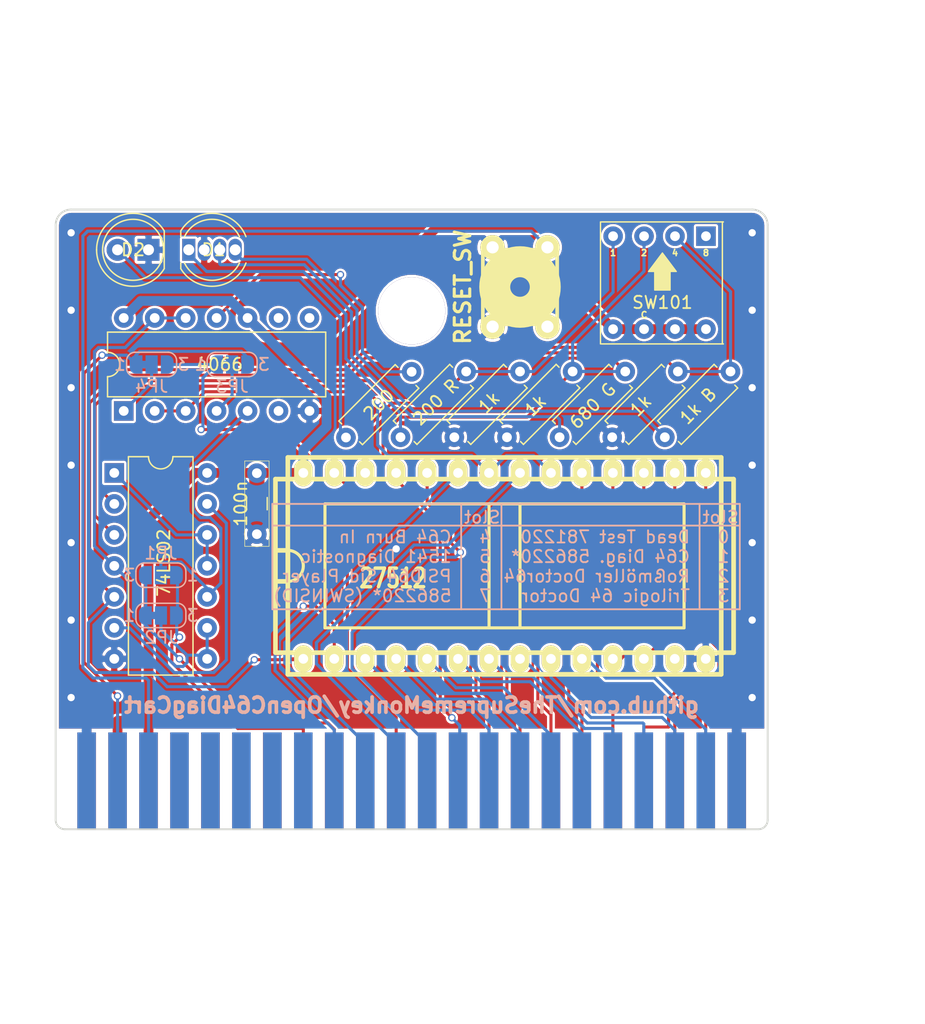
<source format=kicad_pcb>
(kicad_pcb (version 20171130) (host pcbnew "(5.1.6)-1")
  (title_block (title "OpenC64Cart: C64 8K Lo/Hi-Rom Cartridge") (date 2018-01-04) (rev 2) (company SukkoPera))
  (layers (0 F.Cu signal) (31 B.Cu signal) (36 B.SilkS user) (37 F.SilkS user) (38 B.Mask user) (39 F.Mask user) (44 Edge.Cuts user))
  (net 0 "")
  (net 1 GND)
  (net 2 +5V)
  (net 3 "Net-(U1-Pad21)")
  (net 4 "Net-(U1-Pad20)")
  (net 5 "Net-(U1-Pad19)")
  (net 6 "Net-(U1-Pad18)")
  (net 7 "Net-(U1-Pad17)")
  (net 8 "Net-(U1-Pad16)")
  (net 9 "Net-(U1-Pad15)")
  (net 10 "Net-(U1-Pad14)")
  (net 11 "Net-(U1-PadK)")
  (net 12 "Net-(U1-PadL)")
  (net 13 "Net-(U1-PadM)")
  (net 14 "Net-(U1-PadU)")
  (net 15 "Net-(U1-PadV)")
  (net 16 "Net-(U1-PadW)")
  (net 17 "Net-(U1-PadX)")
  (net 18 "Net-(U1-PadY)")
  (net 19 "Net-(U1-PadR)")
  (net 20 "Net-(U1-PadS)")
  (net 21 "Net-(U1-PadT)")
  (net 22 "Net-(U1-PadP)")
  (net 23 "Net-(U1-PadN)")
  (net 24 "Net-(SW1-Pad3)")
  (net 25 /A13)
  (net 26 /A14)
  (net 27 /A15)
  (net 28 "Net-(D1-Pad4)")
  (net 29 "Net-(D1-Pad3)")
  (net 30 "Net-(D1-Pad1)")
  (net 31 "Net-(R7-Pad1)")
  (net 32 "Net-(D2-Pad2)")
  (net 33 "Net-(U101-Pad1)")
  (net 34 /ROMH)
  (net 35 /ROML)
  (net 36 /EXROM)
  (net 37 /GAME)
  (net 38 /CE)
  (net 39 "Net-(U101-Pad13)")
  (net 40 "Net-(JP1-Pad2)")
  (net 41 "Net-(JP2-Pad2)")
  (net 42 "Net-(JP3-Pad2)")
  (net 43 "Net-(JP4-Pad2)")
  (module Jumper:SolderJumper-3_P1.3mm_Bridged12_RoundedPad1.0x1.5mm_NumberLabels (layer B.Cu) (at 68.326 112.014)
    (fp_text reference JP2 (at 0 1.8) (layer B.SilkS) (effects (justify mirror)))
    (fp_text value EXROM)
    (fp_poly (pts (xy -0.9 0.3) (xy -0.4 0.3) (xy -0.4 -0.3) (xy -0.9 -0.3)) (layer B.Cu) (width 0))
    (fp_text user 1 (at -2.6 0) (layer B.SilkS) (effects (justify mirror)))
    (fp_text user 3 (at 2.6 0) (layer B.SilkS) (effects (justify mirror)))
    (pad 1 smd custom (at -1.3 0) (size 1 0.5) (layers B.Cu B.Mask) (net 36 /EXROM) (options (clearance outline) (anchor rect)) (primitives (gr_poly (pts (xy 0.55 0.75) (xy 0 0.75) (xy 0 -0.75) (xy 0.55 -0.75)) (width 0)) (gr_circle (center 0 -0.25) (end 0.5 -0.25) (width 0)) (gr_circle (center 0 0.25) (end 0.5 0.25) (width 0))))
    (pad 2 smd rect (at 0 0) (size 1 1.5) (layers B.Cu B.Mask) (net 41 "Net-(JP2-Pad2)"))
    (pad 3 smd custom (at 1.3 0) (size 1 0.5) (layers B.Cu B.Mask) (net 37 /GAME) (options (clearance outline) (anchor rect)) (primitives (gr_circle (center 0 -0.25) (end 0.5 -0.25) (width 0)) (gr_circle (center 0 0.25) (end 0.5 0.25) (width 0)) (gr_poly (pts (xy -0.55 0.75) (xy 0 0.75) (xy 0 -0.75) (xy -0.55 -0.75)) (width 0))))
  )
  (module Jumper:SolderJumper-3_P1.3mm_Bridged12_RoundedPad1.0x1.5mm_NumberLabels (layer B.Cu) (at 68.326 108.712 180)
    (fp_text reference JP1 (at 0 1.8) (layer B.SilkS) (effects (justify mirror)))
    (fp_text value GAME)
    (fp_poly (pts (xy -0.9 0.3) (xy -0.4 0.3) (xy -0.4 -0.3) (xy -0.9 -0.3)) (layer B.Cu) (width 0))
    (fp_text user 1 (at -2.6 0) (layer B.SilkS) (effects (justify mirror)))
    (fp_text user 3 (at 2.6 0) (layer B.SilkS) (effects (justify mirror)))
    (pad 1 smd custom (at -1.3 0 180) (size 1 0.5) (layers B.Cu B.Mask) (net 37 /GAME) (options (clearance outline) (anchor rect)) (primitives (gr_poly (pts (xy 0.55 0.75) (xy 0 0.75) (xy 0 -0.75) (xy 0.55 -0.75)) (width 0)) (gr_circle (center 0 -0.25) (end 0.5 -0.25) (width 0)) (gr_circle (center 0 0.25) (end 0.5 0.25) (width 0))))
    (pad 2 smd rect (at 0 0 180) (size 1 1.5) (layers B.Cu B.Mask) (net 40 "Net-(JP1-Pad2)"))
    (pad 3 smd custom (at 1.3 0 180) (size 1 0.5) (layers B.Cu B.Mask) (net 36 /EXROM) (options (clearance outline) (anchor rect)) (primitives (gr_circle (center 0 -0.25) (end 0.5 -0.25) (width 0)) (gr_circle (center 0 0.25) (end 0.5 0.25) (width 0)) (gr_poly (pts (xy -0.55 0.75) (xy 0 0.75) (xy 0 -0.75) (xy -0.55 -0.75)) (width 0))))
  )
  (module Jumper:SolderJumper-3_P1.3mm_Bridged12_RoundedPad1.0x1.5mm_NumberLabels (layer B.Cu) (at 67.564 91.44)
    (fp_text reference JP4 (at 0 1.8) (layer B.SilkS) (effects (justify mirror)))
    (fp_text value ROMH)
    (fp_poly (pts (xy -0.9 0.3) (xy -0.4 0.3) (xy -0.4 -0.3) (xy -0.9 -0.3)) (layer B.Cu) (width 0))
    (fp_text user 1 (at -2.6 0) (layer B.SilkS) (effects (justify mirror)))
    (fp_text user 3 (at 2.6 0) (layer B.SilkS) (effects (justify mirror)))
    (pad 1 smd custom (at -1.3 0) (size 1 0.5) (layers B.Cu B.Mask) (net 34 /ROMH) (options (clearance outline) (anchor rect)) (primitives (gr_poly (pts (xy 0.55 0.75) (xy 0 0.75) (xy 0 -0.75) (xy 0.55 -0.75)) (width 0)) (gr_circle (center 0 -0.25) (end 0.5 -0.25) (width 0)) (gr_circle (center 0 0.25) (end 0.5 0.25) (width 0))))
    (pad 2 smd rect (at 0 0) (size 1 1.5) (layers B.Cu B.Mask) (net 43 "Net-(JP4-Pad2)"))
    (pad 3 smd custom (at 1.3 0) (size 1 0.5) (layers B.Cu B.Mask) (net 35 /ROML) (options (clearance outline) (anchor rect)) (primitives (gr_circle (center 0 -0.25) (end 0.5 -0.25) (width 0)) (gr_circle (center 0 0.25) (end 0.5 0.25) (width 0)) (gr_poly (pts (xy -0.55 0.75) (xy 0 0.75) (xy 0 -0.75) (xy -0.55 -0.75)) (width 0))))
  )
  (module Jumper:SolderJumper-3_P1.3mm_Bridged12_RoundedPad1.0x1.5mm_NumberLabels (layer B.Cu) (at 74.168 91.44)
    (fp_text reference JP3 (at 0 1.8) (layer B.SilkS) (effects (justify mirror)))
    (fp_text value ROML)
    (fp_poly (pts (xy -0.9 0.3) (xy -0.4 0.3) (xy -0.4 -0.3) (xy -0.9 -0.3)) (layer B.Cu) (width 0))
    (fp_text user 1 (at -2.6 0) (layer B.SilkS) (effects (justify mirror)))
    (fp_text user 3 (at 2.6 0) (layer B.SilkS) (effects (justify mirror)))
    (pad 1 smd custom (at -1.3 0) (size 1 0.5) (layers B.Cu B.Mask) (net 35 /ROML) (options (clearance outline) (anchor rect)) (primitives (gr_poly (pts (xy 0.55 0.75) (xy 0 0.75) (xy 0 -0.75) (xy 0.55 -0.75)) (width 0)) (gr_circle (center 0 -0.25) (end 0.5 -0.25) (width 0)) (gr_circle (center 0 0.25) (end 0.5 0.25) (width 0))))
    (pad 2 smd rect (at 0 0) (size 1 1.5) (layers B.Cu B.Mask) (net 42 "Net-(JP3-Pad2)"))
    (pad 3 smd custom (at 1.3 0) (size 1 0.5) (layers B.Cu B.Mask) (net 34 /ROMH) (options (clearance outline) (anchor rect)) (primitives (gr_circle (center 0 -0.25) (end 0.5 -0.25) (width 0)) (gr_circle (center 0 0.25) (end 0.5 0.25) (width 0)) (gr_poly (pts (xy -0.55 0.75) (xy 0 0.75) (xy 0 -0.75) (xy -0.55 -0.75)) (width 0))))
  )
  (module Package_DIP:DIP-14_W7.62mm (layer F.Cu) (at 65.278 95.25 90)
    (fp_text reference U102)
    (fp_text value 4066 (at 3.81 7.874 180) (layer F.SilkS))
    (pad 14 thru_hole oval (at 7.62 0 90) (size 1.6 1.6) (drill 0.8) (layers *.Cu *.Mask) (net 2 +5V))
    (pad 7 thru_hole oval (at 0 15.24 90) (size 1.6 1.6) (drill 0.8) (layers *.Cu *.Mask) (net 1 GND))
    (pad 13 thru_hole oval (at 7.62 2.54 90) (size 1.6 1.6) (drill 0.8) (layers *.Cu *.Mask) (net 41 "Net-(JP2-Pad2)"))
    (pad 6 thru_hole oval (at 0 12.7 90) (size 1.6 1.6) (drill 0.8) (layers *.Cu *.Mask))
    (pad 12 thru_hole oval (at 7.62 5.08 90) (size 1.6 1.6) (drill 0.8) (layers *.Cu *.Mask) (net 41 "Net-(JP2-Pad2)"))
    (pad 5 thru_hole oval (at 0 10.16 90) (size 1.6 1.6) (drill 0.8) (layers *.Cu *.Mask) (net 40 "Net-(JP1-Pad2)"))
    (pad 11 thru_hole oval (at 7.62 7.62 90) (size 1.6 1.6) (drill 0.8) (layers *.Cu *.Mask) (net 31 "Net-(R7-Pad1)"))
    (pad 4 thru_hole oval (at 0 7.62 90) (size 1.6 1.6) (drill 0.8) (layers *.Cu *.Mask) (net 42 "Net-(JP3-Pad2)"))
    (pad 10 thru_hole oval (at 7.62 10.16 90) (size 1.6 1.6) (drill 0.8) (layers *.Cu *.Mask) (net 2 +5V))
    (pad 3 thru_hole oval (at 0 5.08 90) (size 1.6 1.6) (drill 0.8) (layers *.Cu *.Mask) (net 38 /CE))
    (pad 9 thru_hole oval (at 7.62 12.7 90) (size 1.6 1.6) (drill 0.8) (layers *.Cu *.Mask))
    (pad 2 thru_hole oval (at 0 2.54 90) (size 1.6 1.6) (drill 0.8) (layers *.Cu *.Mask) (net 38 /CE))
    (pad 8 thru_hole oval (at 7.62 15.24 90) (size 1.6 1.6) (drill 0.8) (layers *.Cu *.Mask))
    (pad 1 thru_hole rect (at 0 0 90) (size 1.6 1.6) (drill 0.8) (layers *.Cu *.Mask) (net 43 "Net-(JP4-Pad2)"))
  )
  (module OpenC64Cart:SW_DIP4-ROTARY-BCD-8or10 (layer F.Cu) (at 104.394 79.756)
    (fp_text reference SW101 (at 5.08 6.604) (layer F.SilkS))
    (fp_text value SW_Coded_SH-7010)
    (fp_text user C (at 3.574 7.62) (layer F.SilkS) (effects (font (size 0.5 0.5) (thickness 0.125))))
    (fp_text user 8 (at 8.654 2.54) (layer F.SilkS) (effects (font (size 0.5 0.5) (thickness 0.125))))
    (fp_text user 4 (at 6.114 2.54) (layer F.SilkS) (effects (font (size 0.5 0.5) (thickness 0.125))))
    (fp_text user 2 (at 3.574 2.54) (layer F.SilkS) (effects (font (size 0.5 0.5) (thickness 0.125))))
    (fp_text user 1 (at 1.034 2.54) (layer F.SilkS) (effects (font (size 0.5 0.5) (thickness 0.125))))
    (pad C thru_hole oval (at 8.654 8.79 270) (size 1.6 1.6) (drill 0.8) (layers *.Cu *.Mask) (net 2 +5V))
    (pad 1 thru_hole oval (at 1.034 1.17 270) (size 1.6 1.6) (drill 0.8) (layers *.Cu *.Mask) (net 25 /A13))
    (pad C thru_hole oval (at 6.114 8.79 270) (size 1.6 1.6) (drill 0.8) (layers *.Cu *.Mask) (net 2 +5V))
    (pad 2 thru_hole oval (at 3.574 1.17 270) (size 1.6 1.6) (drill 0.8) (layers *.Cu *.Mask) (net 26 /A14))
    (pad C thru_hole oval (at 3.574 8.79 270) (size 1.6 1.6) (drill 0.8) (layers *.Cu *.Mask) (net 2 +5V))
    (pad 4 thru_hole oval (at 6.114 1.17 270) (size 1.6 1.6) (drill 0.8) (layers *.Cu *.Mask) (net 27 /A15))
    (pad C thru_hole oval (at 1.034 8.79 270) (size 1.6 1.6) (drill 0.8) (layers *.Cu *.Mask) (net 2 +5V))
    (pad 8 thru_hole rect (at 8.654 1.17 270) (size 1.6 1.6) (drill 0.8) (layers *.Cu *.Mask))
  )
  (module Resistor_THT:R_Axial_DIN0207_L6.3mm_D2.5mm_P7.62mm_Horizontal (layer F.Cu) (at 88.9 92.0392 225)
    (fp_text reference R7 hide)
    (fp_text value 200 (at 3.81 0 45) (layer F.SilkS))
    (pad 1 thru_hole circle (at 0 0 225) (size 1.6 1.6) (drill 0.8) (layers *.Cu *.Mask) (net 31 "Net-(R7-Pad1)"))
    (pad 2 thru_hole oval (at 7.62 0 225) (size 1.6 1.6) (drill 0.8) (layers *.Cu *.Mask) (net 32 "Net-(D2-Pad2)"))
  )
  (module LED_THT:LED_D5.0mm (layer F.Cu) (at 67.31 82.042 180)
    (fp_text reference D2 (at 1.27 0) (layer F.SilkS))
    (fp_text value LED)
    (pad 1 thru_hole rect (at 0 0 180) (size 1.8 1.8) (drill 0.9) (layers *.Cu *.Mask) (net 1 GND))
    (pad 2 thru_hole circle (at 2.54 0 180) (size 1.8 1.8) (drill 0.9) (layers *.Cu *.Mask) (net 32 "Net-(D2-Pad2)"))
  )
  (module LED_THT:LED_D5.0mm-4_RGB (layer F.Cu) (at 70.612 82.042)
    (fp_text reference D1 (at 2.032 0) (layer F.SilkS))
    (fp_text value LED_RCGB)
    (pad 4 thru_hole oval (at 3.81 0) (size 1.07 1.8) (drill 0.9) (layers *.Cu *.Mask) (net 28 "Net-(D1-Pad4)"))
    (pad 3 thru_hole oval (at 2.54 0) (size 1.07 1.8) (drill 0.9) (layers *.Cu *.Mask) (net 29 "Net-(D1-Pad3)"))
    (pad 2 thru_hole oval (at 1.27 0) (size 1.07 1.8) (drill 0.9) (layers *.Cu *.Mask) (net 1 GND))
    (pad 1 thru_hole rect (at 0 0) (size 1.07 1.8) (drill 0.9) (layers *.Cu *.Mask) (net 30 "Net-(D1-Pad1)"))
  )
  (module Resistor_THT:R_Axial_DIN0207_L6.3mm_D2.5mm_P7.62mm_Horizontal (layer F.Cu) (at 115.062 92.018328 225)
    (fp_text reference R3 hide)
    (fp_text value "1k B" (at 3.875616 -0.108764 45) (layer F.SilkS))
    (pad 1 thru_hole circle (at 0 0 225) (size 1.6 1.6) (drill 0.8) (layers *.Cu *.Mask) (net 27 /A15))
    (pad 2 thru_hole oval (at 7.62 0 225) (size 1.6 1.6) (drill 0.8) (layers *.Cu *.Mask) (net 28 "Net-(D1-Pad4)"))
  )
  (module Resistor_THT:R_Axial_DIN0207_L6.3mm_D2.5mm_P7.62mm_Horizontal (layer F.Cu) (at 106.426 92.018328 225)
    (fp_text reference R2 hide)
    (fp_text value "680 G" (at 3.875616 -0.108764 45) (layer F.SilkS))
    (pad 1 thru_hole circle (at 0 0 225) (size 1.6 1.6) (drill 0.8) (layers *.Cu *.Mask) (net 26 /A14))
    (pad 2 thru_hole oval (at 7.62 0 225) (size 1.6 1.6) (drill 0.8) (layers *.Cu *.Mask) (net 29 "Net-(D1-Pad3)"))
  )
  (module Resistor_THT:R_Axial_DIN0207_L6.3mm_D2.5mm_P7.62mm_Horizontal (layer F.Cu) (at 93.373152 92.018328 225)
    (fp_text reference R1 hide)
    (fp_text value "200 R" (at 3.528645 -0.015793 45) (layer F.SilkS))
    (pad 1 thru_hole circle (at 0 0 225) (size 1.6 1.6) (drill 0.8) (layers *.Cu *.Mask) (net 25 /A13))
    (pad 2 thru_hole oval (at 7.62 0 225) (size 1.6 1.6) (drill 0.8) (layers *.Cu *.Mask) (net 30 "Net-(D1-Pad1)"))
  )
  (module OpenC64Cart:C64_PEG_HOLE (layer F.Cu) (at 88.9 87.04)
    (fp_text reference J99 hide)
    (fp_text value PEG_HOLE hide)
    (pad 1 thru_hole circle (at 0 0) (size 5.5 5.5) (drill 5.5) (layers *.Cu *.Mask))
  )
  (module Package_DIP:DIP-14_W7.62mm (layer F.Cu) (at 64.5 100.33)
    (fp_text reference U101 hide)
    (fp_text value 74LS02 (at 4.064 7.366 90) (layer F.SilkS))
    (pad 1 thru_hole rect (at 0 0) (size 1.6 1.6) (drill 0.8) (layers *.Cu *.Mask) (net 33 "Net-(U101-Pad1)"))
    (pad 8 thru_hole oval (at 7.62 15.24) (size 1.6 1.6) (drill 0.8) (layers *.Cu *.Mask) (net 41 "Net-(JP2-Pad2)"))
    (pad 2 thru_hole oval (at 0 2.54) (size 1.6 1.6) (drill 0.8) (layers *.Cu *.Mask) (net 25 /A13))
    (pad 9 thru_hole oval (at 7.62 12.7) (size 1.6 1.6) (drill 0.8) (layers *.Cu *.Mask) (net 41 "Net-(JP2-Pad2)"))
    (pad 3 thru_hole oval (at 0 5.08) (size 1.6 1.6) (drill 0.8) (layers *.Cu *.Mask) (net 26 /A14))
    (pad 10 thru_hole oval (at 7.62 10.16) (size 1.6 1.6) (drill 0.8) (layers *.Cu *.Mask) (net 40 "Net-(JP1-Pad2)"))
    (pad 4 thru_hole oval (at 0 7.62) (size 1.6 1.6) (drill 0.8) (layers *.Cu *.Mask) (net 41 "Net-(JP2-Pad2)"))
    (pad 11 thru_hole oval (at 7.62 7.62) (size 1.6 1.6) (drill 0.8) (layers *.Cu *.Mask) (net 33 "Net-(U101-Pad1)"))
    (pad 5 thru_hole oval (at 0 10.16) (size 1.6 1.6) (drill 0.8) (layers *.Cu *.Mask) (net 27 /A15))
    (pad 12 thru_hole oval (at 7.62 5.08) (size 1.6 1.6) (drill 0.8) (layers *.Cu *.Mask) (net 33 "Net-(U101-Pad1)"))
    (pad 6 thru_hole oval (at 0 12.7) (size 1.6 1.6) (drill 0.8) (layers *.Cu *.Mask) (net 39 "Net-(U101-Pad13)"))
    (pad 13 thru_hole oval (at 7.62 2.54) (size 1.6 1.6) (drill 0.8) (layers *.Cu *.Mask) (net 39 "Net-(U101-Pad13)"))
    (pad 7 thru_hole oval (at 0 15.24) (size 1.6 1.6) (drill 0.8) (layers *.Cu *.Mask) (net 1 GND))
    (pad 14 thru_hole oval (at 7.62 0) (size 1.6 1.6) (drill 0.8) (layers *.Cu *.Mask) (net 2 +5V))
  )
  (module Resistor_THT:R_Axial_DIN0207_L6.3mm_D2.5mm_P7.62mm_Horizontal (layer F.Cu) (at 97.79 92.018328 225)
    (fp_text reference R6 hide)
    (fp_text value 1k (at 3.592102 0 45) (layer F.SilkS))
    (pad 2 thru_hole oval (at 7.62 0 225) (size 1.6 1.6) (drill 0.8) (layers *.Cu *.Mask) (net 1 GND))
    (pad 1 thru_hole circle (at 0 0 225) (size 1.6 1.6) (drill 0.8) (layers *.Cu *.Mask) (net 25 /A13))
  )
  (module Resistor_THT:R_Axial_DIN0207_L6.3mm_D2.5mm_P7.62mm_Horizontal (layer F.Cu) (at 102.108 92.018328 225)
    (fp_text reference R5)
    (fp_text value 1k (at 4.130918 0.179605 45) (layer F.SilkS))
    (pad 2 thru_hole oval (at 7.62 0 225) (size 1.6 1.6) (drill 0.8) (layers *.Cu *.Mask) (net 1 GND))
    (pad 1 thru_hole circle (at 0 0 225) (size 1.6 1.6) (drill 0.8) (layers *.Cu *.Mask) (net 26 /A14))
  )
  (module Resistor_THT:R_Axial_DIN0207_L6.3mm_D2.5mm_P7.62mm_Horizontal (layer F.Cu) (at 110.744 92.018328 225)
    (fp_text reference R4 hide)
    (fp_text value 1k (at 4.130918 0.179605 45) (layer F.SilkS))
    (pad 2 thru_hole oval (at 7.62 0 225) (size 1.6 1.6) (drill 0.8) (layers *.Cu *.Mask) (net 1 GND))
    (pad 1 thru_hole circle (at 0 0 225) (size 1.6 1.6) (drill 0.8) (layers *.Cu *.Mask) (net 27 /A15))
  )
  (module w_pth_circuits:dil_28-600_socket (layer F.Cu) (at 96.52 107.95)
    (fp_text reference U2 hide)
    (fp_text value 27512 (at -9.144 1.016) (layer F.SilkS) (effects (font (size 1.524 1.143) (thickness 0.28575))))
    (pad 1 thru_hole oval (at -16.51 7.62) (size 1.50114 2.19964) (drill 0.8001) (layers *.Cu *.Mask F.SilkS) (net 27 /A15))
    (pad 2 thru_hole oval (at -13.97 7.62) (size 1.50114 2.19964) (drill 0.8001) (layers *.Cu *.Mask F.SilkS) (net 11 "Net-(U1-PadK)"))
    (pad 3 thru_hole oval (at -11.43 7.62) (size 1.50114 2.19964) (drill 0.8001) (layers *.Cu *.Mask F.SilkS) (net 19 "Net-(U1-PadR)"))
    (pad 4 thru_hole oval (at -8.89 7.62) (size 1.50114 2.19964) (drill 0.8001) (layers *.Cu *.Mask F.SilkS) (net 20 "Net-(U1-PadS)"))
    (pad 5 thru_hole oval (at -6.35 7.62) (size 1.50114 2.19964) (drill 0.8001) (layers *.Cu *.Mask F.SilkS) (net 21 "Net-(U1-PadT)"))
    (pad 6 thru_hole oval (at -3.81 7.62) (size 1.50114 2.19964) (drill 0.8001) (layers *.Cu *.Mask F.SilkS) (net 14 "Net-(U1-PadU)"))
    (pad 7 thru_hole oval (at -1.27 7.62) (size 1.50114 2.19964) (drill 0.8001) (layers *.Cu *.Mask F.SilkS) (net 15 "Net-(U1-PadV)"))
    (pad 8 thru_hole oval (at 1.27 7.62) (size 1.50114 2.19964) (drill 0.8001) (layers *.Cu *.Mask F.SilkS) (net 16 "Net-(U1-PadW)"))
    (pad 9 thru_hole oval (at 3.81 7.62) (size 1.50114 2.19964) (drill 0.8001) (layers *.Cu *.Mask F.SilkS) (net 17 "Net-(U1-PadX)"))
    (pad 10 thru_hole oval (at 6.35 7.62) (size 1.50114 2.19964) (drill 0.8001) (layers *.Cu *.Mask F.SilkS) (net 18 "Net-(U1-PadY)"))
    (pad 11 thru_hole oval (at 8.89 7.62) (size 1.50114 2.19964) (drill 0.8001) (layers *.Cu *.Mask F.SilkS) (net 3 "Net-(U1-Pad21)"))
    (pad 12 thru_hole oval (at 11.43 7.62) (size 1.50114 2.19964) (drill 0.8001) (layers *.Cu *.Mask F.SilkS) (net 4 "Net-(U1-Pad20)"))
    (pad 13 thru_hole oval (at 13.97 7.62) (size 1.50114 2.19964) (drill 0.8001) (layers *.Cu *.Mask F.SilkS) (net 5 "Net-(U1-Pad19)"))
    (pad 14 thru_hole oval (at 16.51 7.62) (size 1.50114 2.19964) (drill 0.8001) (layers *.Cu *.Mask F.SilkS) (net 1 GND))
    (pad 15 thru_hole oval (at 16.51 -7.62) (size 1.50114 2.19964) (drill 0.8001) (layers *.Cu *.Mask F.SilkS) (net 6 "Net-(U1-Pad18)"))
    (pad 16 thru_hole oval (at 13.97 -7.62) (size 1.50114 2.19964) (drill 0.8001) (layers *.Cu *.Mask F.SilkS) (net 7 "Net-(U1-Pad17)"))
    (pad 17 thru_hole oval (at 11.43 -7.62) (size 1.50114 2.19964) (drill 0.8001) (layers *.Cu *.Mask F.SilkS) (net 8 "Net-(U1-Pad16)"))
    (pad 18 thru_hole oval (at 8.89 -7.62) (size 1.50114 2.19964) (drill 0.8001) (layers *.Cu *.Mask F.SilkS) (net 9 "Net-(U1-Pad15)"))
    (pad 19 thru_hole oval (at 6.35 -7.62) (size 1.50114 2.19964) (drill 0.8001) (layers *.Cu *.Mask F.SilkS) (net 10 "Net-(U1-Pad14)"))
    (pad 20 thru_hole oval (at 3.81 -7.62) (size 1.50114 2.19964) (drill 0.8001) (layers *.Cu *.Mask F.SilkS) (net 38 /CE))
    (pad 21 thru_hole oval (at 1.27 -7.62) (size 1.50114 2.19964) (drill 0.8001) (layers *.Cu *.Mask F.SilkS) (net 13 "Net-(U1-PadM)"))
    (pad 22 thru_hole oval (at -1.27 -7.62) (size 1.50114 2.19964) (drill 0.8001) (layers *.Cu *.Mask F.SilkS) (net 38 /CE))
    (pad 23 thru_hole oval (at -3.81 -7.62) (size 1.50114 2.19964) (drill 0.8001) (layers *.Cu *.Mask F.SilkS) (net 12 "Net-(U1-PadL)"))
    (pad 24 thru_hole oval (at -6.35 -7.62) (size 1.50114 2.19964) (drill 0.8001) (layers *.Cu *.Mask F.SilkS) (net 23 "Net-(U1-PadN)"))
    (pad 25 thru_hole oval (at -8.89 -7.62) (size 1.50114 2.19964) (drill 0.8001) (layers *.Cu *.Mask F.SilkS) (net 22 "Net-(U1-PadP)"))
    (pad 26 thru_hole oval (at -11.43 -7.62) (size 1.50114 2.19964) (drill 0.8001) (layers *.Cu *.Mask F.SilkS) (net 25 /A13))
    (pad 27 thru_hole oval (at -13.97 -7.62) (size 1.50114 2.19964) (drill 0.8001) (layers *.Cu *.Mask F.SilkS) (net 26 /A14))
    (pad 28 thru_hole oval (at -16.51 -7.62) (size 1.50114 2.19964) (drill 0.8001) (layers *.Cu *.Mask F.SilkS) (net 2 +5V))
  )
  (module OpenC64Cart:C_0805+THT (layer F.Cu) (at 76.2 102.85 90)
    (fp_text reference C1 hide)
    (fp_text value 100n (at 0 -1.32 90) (layer F.SilkS))
    (pad 1 smd rect (at -1.25 0 90) (size 1.5 1.25) (layers F.Cu F.Mask) (net 1 GND))
    (pad 2 smd rect (at 1.25 0 90) (size 1.5 1.25) (layers F.Cu F.Mask) (net 2 +5V))
    (pad 1 thru_hole circle (at -2.5 0 90) (size 1.6 1.6) (drill 0.8) (layers *.Cu *.Mask) (net 1 GND))
    (pad 2 thru_hole circle (at 2.5 0 90) (size 1.6 1.6) (drill 0.8) (layers *.Cu *.Mask) (net 2 +5V))
  )
  (module OpenC64Cart:PCB_PUSH (layer F.Cu) (at 97.79 85.09)
    (fp_text reference SW1 hide)
    (fp_text value RESET_SW (at -4.699 0 -270) (layer F.SilkS) (effects (font (size 1.27 1.27) (thickness 0.254))))
    (pad 1 thru_hole circle (at -2.25044 -3.2512) (size 1.99898 1.99898) (drill 1.00076) (layers *.Cu *.Mask F.SilkS) (net 1 GND))
    (pad 2 thru_hole circle (at -2.25044 3.2512) (size 1.99898 1.99898) (drill 1.00076) (layers *.Cu *.Mask F.SilkS) (net 1 GND))
    (pad 4 thru_hole circle (at 2.25044 -3.2512) (size 1.99898 1.99898) (drill 1.00076) (layers *.Cu *.Mask F.SilkS) (net 24 "Net-(SW1-Pad3)"))
    (pad 3 thru_hole circle (at 2.25044 3.2512) (size 1.99898 1.99898) (drill 1.00076) (layers *.Cu *.Mask F.SilkS) (net 24 "Net-(SW1-Pad3)"))
  )
  (module OpenC64Cart:C64-Cart (layer F.Cu) (at 59.69 129.54)
    (fp_text reference U1 hide)
    (fp_text value C64-Exp-Port hide)
    (pad N smd rect (at 30.48 -3.938274) (size 1.524 8) (layers B.Cu B.Mask) (net 23 "Net-(U1-PadN)"))
    (pad P smd rect (at 33.02 -3.938274) (size 1.524 8) (layers B.Cu B.Mask) (net 22 "Net-(U1-PadP)"))
    (pad T smd rect (at 40.64 -3.938274) (size 1.524 8) (layers B.Cu B.Mask) (net 21 "Net-(U1-PadT)"))
    (pad S smd rect (at 38.1 -3.938274) (size 1.524 8) (layers B.Cu B.Mask) (net 20 "Net-(U1-PadS)"))
    (pad R smd rect (at 35.56 -3.938274) (size 1.524 8) (layers B.Cu B.Mask) (net 19 "Net-(U1-PadR)"))
    (pad Z smd rect (at 55.88 -3.938274) (size 1.524 8) (layers B.Cu B.Mask) (net 1 GND))
    (pad Y smd rect (at 53.34 -3.938274) (size 1.524 8) (layers B.Cu B.Mask) (net 18 "Net-(U1-PadY)"))
    (pad X smd rect (at 50.8 -3.938274) (size 1.524 8) (layers B.Cu B.Mask) (net 17 "Net-(U1-PadX)"))
    (pad W smd rect (at 48.26 -3.938274) (size 1.524 8) (layers B.Cu B.Mask) (net 16 "Net-(U1-PadW)"))
    (pad V smd rect (at 45.72 -3.938274) (size 1.524 8) (layers B.Cu B.Mask) (net 15 "Net-(U1-PadV)"))
    (pad U smd rect (at 43.18 -3.938274) (size 1.524 8) (layers B.Cu B.Mask) (net 14 "Net-(U1-PadU)"))
    (pad A smd rect (at 2.54 -3.938274) (size 1.524 8) (layers B.Cu B.Mask) (net 1 GND))
    (pad E smd rect (at 12.7 -3.938274) (size 1.524 8) (layers B.Cu B.Mask))
    (pad D smd rect (at 10.16 -3.938274) (size 1.524 8) (layers B.Cu B.Mask))
    (pad C smd rect (at 7.62 -3.938274) (size 1.524 8) (layers B.Cu B.Mask) (net 24 "Net-(SW1-Pad3)"))
    (pad B smd rect (at 5.08 -3.938274) (size 1.524 8) (layers B.Cu B.Mask) (net 34 /ROMH))
    (pad M smd rect (at 27.94 -3.938274) (size 1.524 8) (layers B.Cu B.Mask) (net 13 "Net-(U1-PadM)"))
    (pad L smd rect (at 25.4 -3.938274) (size 1.524 8) (layers B.Cu B.Mask) (net 12 "Net-(U1-PadL)"))
    (pad K smd rect (at 22.86 -3.938274) (size 1.524 8) (layers B.Cu B.Mask) (net 11 "Net-(U1-PadK)"))
    (pad J smd rect (at 20.32 -3.938274) (size 1.524 8) (layers B.Cu B.Mask))
    (pad H smd rect (at 17.78 -3.938274) (size 1.524 8) (layers B.Cu B.Mask))
    (pad F smd rect (at 15.24 -3.938274) (size 1.524 8) (layers B.Cu B.Mask))
    (pad 22 smd rect (at 55.88 -3.938274 180) (size 1.524 8) (layers F.Cu F.Mask) (net 1 GND))
    (pad 21 smd rect (at 53.34 -3.938274 180) (size 1.524 8) (layers F.Cu F.Mask) (net 3 "Net-(U1-Pad21)"))
    (pad 20 smd rect (at 50.8 -3.938274 180) (size 1.524 8) (layers F.Cu F.Mask) (net 4 "Net-(U1-Pad20)"))
    (pad 19 smd rect (at 48.26 -3.938274 180) (size 1.524 8) (layers F.Cu F.Mask) (net 5 "Net-(U1-Pad19)"))
    (pad 18 smd rect (at 45.72 -3.938274 180) (size 1.524 8) (layers F.Cu F.Mask) (net 6 "Net-(U1-Pad18)"))
    (pad 17 smd rect (at 43.18 -3.938274 180) (size 1.524 8) (layers F.Cu F.Mask) (net 7 "Net-(U1-Pad17)"))
    (pad 16 smd rect (at 40.64 -3.938274 180) (size 1.524 8) (layers F.Cu F.Mask) (net 8 "Net-(U1-Pad16)"))
    (pad 15 smd rect (at 38.1 -3.938274 180) (size 1.524 8) (layers F.Cu F.Mask) (net 9 "Net-(U1-Pad15)"))
    (pad 3 smd rect (at 7.62 -3.938274 180) (size 1.524 8) (layers F.Cu F.Mask) (net 2 +5V))
    (pad 2 smd rect (at 5.08 -3.938274 180) (size 1.524 8) (layers F.Cu F.Mask) (net 2 +5V))
    (pad 12 smd rect (at 30.48 -3.938274 180) (size 1.524 8) (layers F.Cu F.Mask))
    (pad 14 smd rect (at 35.56 -3.938274 180) (size 1.524 8) (layers F.Cu F.Mask) (net 10 "Net-(U1-Pad14)"))
    (pad 13 smd rect (at 33.02 -3.938274 180) (size 1.524 8) (layers F.Cu F.Mask))
    (pad 11 smd rect (at 27.94 -3.938274 180) (size 1.524 8) (layers F.Cu F.Mask) (net 35 /ROML))
    (pad 10 smd rect (at 25.4 -3.938274 180) (size 1.524 8) (layers F.Cu F.Mask))
    (pad 9 smd rect (at 22.86 -3.938274 180) (size 1.524 8) (layers F.Cu F.Mask) (net 36 /EXROM))
    (pad 8 smd rect (at 20.32 -3.938274 180) (size 1.524 8) (layers F.Cu F.Mask) (net 37 /GAME))
    (pad 7 smd rect (at 17.78 -3.938274 180) (size 1.524 8) (layers F.Cu F.Mask))
    (pad 6 smd rect (at 15.24 -3.938274 180) (size 1.524 8) (layers F.Cu F.Mask))
    (pad 5 smd rect (at 12.7 -3.938274 180) (size 1.524 8) (layers F.Cu F.Mask))
    (pad 4 smd rect (at 10.16 -3.938274 180) (size 1.524 8) (layers F.Cu F.Mask))
    (pad 1 smd rect (at 2.54 -3.938274 180) (size 1.524 8) (layers F.Cu F.Mask) (net 1 GND))
  )
  (gr_line (start 92.964 102.87) (end 92.964 111.506) (layer B.SilkS) (width 0.15))
  (gr_line (start 112.522 102.87) (end 112.522 111.506) (layer B.SilkS) (width 0.15))
  (gr_text " Slot\n  4   C64 Burn In\n  5   1541 Diagnostic\n  6   PSID64 Sid Player\n  7   586220* (SWINSID)" (at 97.028 107.188) (layer B.SilkS) (effects (font (size 1 1)) (justify left mirror)))
  (gr_line (start 96.266 102.87) (end 96.266 111.506) (layer B.SilkS) (width 0.15))
  (gr_line (start 115.824 104.648) (end 77.47 104.648) (layer B.SilkS) (width 0.15))
  (gr_text "Slot\n 0   Dead Test 781220\n 1   C64 Diag. 586220*\n 2   Roßmöller Doctor64\n 3   Trilogic 64 Doctor" (at 115.824 107.188) (layer B.SilkS) (effects (font (size 1 1)) (justify left mirror)))
  (gr_line (start 77.47 111.506) (end 77.47 102.87) (layer B.SilkS) (width 0.15))
  (gr_line (start 115.824 111.506) (end 77.47 111.506) (layer B.SilkS) (width 0.15))
  (gr_line (start 115.824 102.87) (end 115.824 111.506) (layer B.SilkS) (width 0.15))
  (gr_line (start 77.47 102.87) (end 115.824 102.87) (layer B.SilkS) (width 0.15))
  (gr_arc (start 60.96 80.01) (end 59.69 80.01) (angle 90) (layer Edge.Cuts) (width 0.15))
  (gr_arc (start 116.84 80.01) (end 116.84 78.74) (angle 90) (layer Edge.Cuts) (width 0.15))
  (gr_arc (start 117.348 128.778) (end 118.11 128.778) (angle 90) (layer Edge.Cuts) (width 0.15))
  (gr_arc (start 60.452 128.778) (end 60.452 129.54) (angle 90) (layer Edge.Cuts) (width 0.15))
  (gr_text github.com/TheSupremeMonkey/OpenC64DiagCart (at 88.9 119.38) (layer B.SilkS) (effects (font (size 1.25 1.25) (thickness 0.3)) (justify mirror)))
  (gr_line (start 59.69 128.778) (end 59.69 80.01) (layer Edge.Cuts) (width 0.15))
  (gr_line (start 117.348 129.54) (end 60.452 129.54) (layer Edge.Cuts) (width 0.15))
  (gr_line (start 118.11 80.01) (end 118.11 128.778) (layer Edge.Cuts) (width 0.15))
  (gr_line (start 60.96 78.74) (end 116.84 78.74) (layer Edge.Cuts) (width 0.15))
  (segment (start 72.644 90.932) (end 73.68204 90.932) (width 0.25) (layer F.Cu) (net 0))
  (via (at 87.63 106.553) (size 0.8) (drill 0.6) (layers F.Cu B.Cu) (net 1))
  (segment (start 116.84 86.995) (end 116.84 80.645) (width 0.8) (layer B.Cu) (net 1))
  (via (at 116.84 80.645) (size 0.8) (drill 0.6) (layers F.Cu B.Cu) (net 1))
  (segment (start 116.84 93.345) (end 116.84 86.995) (width 0.8) (layer F.Cu) (net 1))
  (via (at 116.84 86.995) (size 0.8) (drill 0.6) (layers F.Cu B.Cu) (net 1))
  (segment (start 116.84 99.695) (end 116.84 93.345) (width 0.8) (layer B.Cu) (net 1))
  (via (at 116.84 93.345) (size 0.8) (drill 0.6) (layers F.Cu B.Cu) (net 1))
  (segment (start 60.96 86.995) (end 60.96 80.645) (width 0.8) (layer F.Cu) (net 1))
  (via (at 60.96 80.645) (size 0.8) (drill 0.6) (layers F.Cu B.Cu) (net 1))
  (segment (start 60.96 93.345) (end 60.96 86.995) (width 0.8) (layer B.Cu) (net 1))
  (via (at 60.96 86.995) (size 0.8) (drill 0.6) (layers F.Cu B.Cu) (net 1))
  (segment (start 60.96 99.695) (end 60.96 93.345) (width 0.8) (layer F.Cu) (net 1))
  (via (at 60.96 93.345) (size 0.8) (drill 0.6) (layers F.Cu B.Cu) (net 1))
  (segment (start 116.84 118.745) (end 115.57 120.015) (width 0.8) (layer B.Cu) (net 1))
  (segment (start 115.57 120.015) (end 115.57 125.601726) (width 0.8) (layer B.Cu) (net 1))
  (segment (start 60.96 118.745) (end 62.23 120.015) (width 0.8) (layer B.Cu) (net 1))
  (segment (start 62.23 120.015) (end 62.23 125.601726) (width 0.8) (layer B.Cu) (net 1))
  (segment (start 116.84 106.68) (end 116.84 106.045) (width 0.8) (layer F.Cu) (net 1))
  (segment (start 116.84 106.045) (end 116.84 99.695) (width 0.8) (layer B.Cu) (net 1))
  (via (at 116.84 99.695) (size 0.8) (drill 0.6) (layers F.Cu B.Cu) (net 1))
  (segment (start 116.84 112.395) (end 116.84 106.68) (width 0.8) (layer F.Cu) (net 1))
  (via (at 116.84 106.045) (size 0.8) (drill 0.6) (layers F.Cu B.Cu) (net 1))
  (via (at 116.84 112.395) (size 0.8) (drill 0.6) (layers F.Cu B.Cu) (net 1))
  (segment (start 116.84 118.179315) (end 116.84 112.395) (width 0.8) (layer B.Cu) (net 1))
  (segment (start 116.84 118.745) (end 116.84 118.179315) (width 0.8) (layer B.Cu) (net 1))
  (segment (start 115.57 120.801726) (end 115.57 120.015) (width 0.8) (layer F.Cu) (net 1))
  (segment (start 116.84 118.745) (end 115.57 120.015) (width 0.8) (layer F.Cu) (net 1))
  (via (at 116.84 118.745) (size 0.8) (drill 0.6) (layers F.Cu B.Cu) (net 1))
  (segment (start 115.57 125.601726) (end 115.57 120.801726) (width 0.8) (layer F.Cu) (net 1))
  (segment (start 60.96 106.045) (end 60.96 99.695) (width 0.8) (layer B.Cu) (net 1))
  (via (at 60.96 99.695) (size 0.8) (drill 0.6) (layers F.Cu B.Cu) (net 1))
  (segment (start 60.96 112.395) (end 60.96 106.045) (width 0.8) (layer F.Cu) (net 1))
  (via (at 60.96 106.045) (size 0.8) (drill 0.6) (layers F.Cu B.Cu) (net 1))
  (segment (start 60.96 118.745) (end 60.96 112.395) (width 0.8) (layer B.Cu) (net 1))
  (via (at 60.96 112.395) (size 0.8) (drill 0.6) (layers F.Cu B.Cu) (net 1))
  (segment (start 62.23 120.015) (end 60.96 118.745) (width 0.8) (layer F.Cu) (net 1))
  (segment (start 62.23 125.601726) (end 62.23 120.015) (width 0.8) (layer F.Cu) (net 1))
  (segment (start 76.2 105.35) (end 76.2 104.1) (width 0.8) (layer F.Cu) (net 1))
  (via (at 60.96 118.745) (size 0.8) (drill 0.6) (layers F.Cu B.Cu) (net 1))
  (segment (start 64.77 125.601726) (end 64.77 120.65) (width 0.8) (layer F.Cu) (net 2))
  (segment (start 64.77 120.65) (end 67.31 120.65) (width 0.8) (layer F.Cu) (net 2))
  (segment (start 67.31 120.65) (end 67.31 125.601726) (width 0.8) (layer F.Cu) (net 2))
  (segment (start 80.01 100.33) (end 76.22 100.33) (width 0.8) (layer F.Cu) (net 2))
  (segment (start 76.2 101.6) (end 76.2 100.35) (width 0.8) (layer F.Cu) (net 2))
  (segment (start 71.12 100.33) (end 76.18 100.33) (width 0.8) (layer F.Cu) (net 2))
  (segment (start 67.31 120.65) (end 67.31 104.14) (width 0.8) (layer F.Cu) (net 2))
  (segment (start 67.31 104.14) (end 71.12 100.33) (width 0.8) (layer F.Cu) (net 2))
  (segment (start 82.116617 89.030001) (end 90.907309 80.239309) (width 0.8) (layer F.Cu) (net 2))
  (segment (start 76.838001 89.030001) (end 82.116617 89.030001) (width 0.8) (layer F.Cu) (net 2))
  (segment (start 75.438 87.63) (end 76.838001 89.030001) (width 0.8) (layer F.Cu) (net 2))
  (segment (start 113.048 88.546) (end 110.508 88.546) (width 0.8) (layer F.Cu) (net 2))
  (segment (start 110.508 88.546) (end 107.968 88.546) (width 0.8) (layer F.Cu) (net 2))
  (segment (start 107.968 88.546) (end 105.428 88.546) (width 0.8) (layer F.Cu) (net 2))
  (segment (start 105.428 88.546) (end 103.378 86.496) (width 0.8) (layer F.Cu) (net 2))
  (segment (start 103.378 82.296) (end 101.321309 80.239309) (width 0.8) (layer F.Cu) (net 2))
  (segment (start 103.378 86.496) (end 103.378 82.296) (width 0.8) (layer F.Cu) (net 2))
  (segment (start 90.907309 80.239309) (end 101.321309 80.239309) (width 0.8) (layer F.Cu) (net 2))
  (segment (start 81.918001 94.110001) (end 75.438 87.63) (width 0.8) (layer B.Cu) (net 2))
  (segment (start 81.918001 96.522179) (end 81.918001 94.110001) (width 0.8) (layer B.Cu) (net 2))
  (segment (start 80.01 98.43018) (end 81.918001 96.522179) (width 0.8) (layer B.Cu) (net 2))
  (segment (start 80.01 100.33) (end 80.01 98.43018) (width 0.8) (layer B.Cu) (net 2))
  (segment (start 74.037999 86.229999) (end 66.678001 86.229999) (width 0.8) (layer B.Cu) (net 2))
  (segment (start 66.678001 86.229999) (end 65.278 87.63) (width 0.8) (layer B.Cu) (net 2))
  (segment (start 75.438 87.63) (end 74.037999 86.229999) (width 0.8) (layer B.Cu) (net 2))
  (segment (start 105.41 115.57) (end 105.41 116.239651) (width 0.25) (layer F.Cu) (net 3))
  (segment (start 113.025509 113.69516) (end 114.10558 114.775231) (width 0.25) (layer F.Cu) (net 3))
  (segment (start 107.954491 113.69516) (end 113.025509 113.69516) (width 0.25) (layer F.Cu) (net 3))
  (segment (start 106.079651 115.57) (end 107.954491 113.69516) (width 0.25) (layer F.Cu) (net 3))
  (segment (start 105.41 115.57) (end 106.079651 115.57) (width 0.25) (layer F.Cu) (net 3))
  (segment (start 113.03 119.634) (end 114.10558 118.55842) (width 0.25) (layer F.Cu) (net 3))
  (segment (start 113.03 125.601726) (end 113.03 119.634) (width 0.25) (layer F.Cu) (net 3))
  (segment (start 114.10558 114.775231) (end 114.10558 118.55842) (width 0.25) (layer F.Cu) (net 3))
  (segment (start 110.935519 114.14517) (end 111.56558 114.775231) (width 0.25) (layer F.Cu) (net 4))
  (segment (start 109.37483 114.14517) (end 110.935519 114.14517) (width 0.25) (layer F.Cu) (net 4))
  (segment (start 107.95 115.57) (end 109.37483 114.14517) (width 0.25) (layer F.Cu) (net 4))
  (segment (start 110.49 118.99116) (end 111.56558 117.91558) (width 0.25) (layer F.Cu) (net 4))
  (segment (start 110.49 125.601726) (end 110.49 118.99116) (width 0.25) (layer F.Cu) (net 4))
  (segment (start 111.56558 114.775231) (end 111.56558 117.91558) (width 0.25) (layer F.Cu) (net 4))
  (segment (start 109.982 118.86275) (end 110.49 118.35475) (width 0.25) (layer F.Cu) (net 5))
  (segment (start 110.49 118.35475) (end 110.49 115.57) (width 0.25) (layer F.Cu) (net 5))
  (segment (start 109.982 121.158) (end 109.982 118.86275) (width 0.25) (layer F.Cu) (net 5))
  (segment (start 107.95 125.601726) (end 107.95 121.158) (width 0.25) (layer F.Cu) (net 5))
  (segment (start 107.95 121.158) (end 109.982 121.158) (width 0.25) (layer F.Cu) (net 5))
  (segment (start 105.41 118.364) (end 105.41 125.601726) (width 0.25) (layer F.Cu) (net 6))
  (segment (start 104.14 114.808) (end 104.14 117.094) (width 0.25) (layer F.Cu) (net 6))
  (segment (start 113.03 105.918) (end 104.14 114.808) (width 0.25) (layer F.Cu) (net 6))
  (segment (start 104.14 117.094) (end 105.41 118.364) (width 0.25) (layer F.Cu) (net 6))
  (segment (start 113.03 100.33) (end 113.03 105.918) (width 0.25) (layer F.Cu) (net 6))
  (segment (start 110.49 105.664) (end 110.49 100.33) (width 0.25) (layer F.Cu) (net 7))
  (segment (start 101.79442 114.35958) (end 110.49 105.664) (width 0.25) (layer F.Cu) (net 7))
  (segment (start 101.79442 118.93158) (end 101.79442 114.35958) (width 0.25) (layer F.Cu) (net 7))
  (segment (start 102.87 120.00716) (end 101.79442 118.93158) (width 0.25) (layer F.Cu) (net 7))
  (segment (start 102.87 125.601726) (end 102.87 120.00716) (width 0.25) (layer F.Cu) (net 7))
  (segment (start 107.95 106.079651) (end 99.25442 114.775231) (width 0.25) (layer F.Cu) (net 8))
  (segment (start 107.95 100.33) (end 107.95 106.079651) (width 0.25) (layer F.Cu) (net 8))
  (segment (start 100.33 120.142) (end 99.25442 119.06642) (width 0.25) (layer F.Cu) (net 8))
  (segment (start 100.33 125.601726) (end 100.33 120.142) (width 0.25) (layer F.Cu) (net 8))
  (segment (start 99.25442 114.775231) (end 99.25442 119.06642) (width 0.25) (layer F.Cu) (net 8))
  (segment (start 105.41 100.33) (end 105.41 106.07965) (width 0.25) (layer F.Cu) (net 9))
  (segment (start 102.369825 109.119825) (end 102.749651 108.74) (width 0.25) (layer F.Cu) (net 9))
  (segment (start 105.41 106.07965) (end 102.369825 109.119825) (width 0.25) (layer F.Cu) (net 9))
  (segment (start 96.71442 114.775231) (end 102.369825 109.119825) (width 0.25) (layer F.Cu) (net 9))
  (segment (start 97.79 119.634) (end 96.71442 118.55842) (width 0.25) (layer F.Cu) (net 9))
  (segment (start 96.71442 118.55842) (end 96.71442 114.775231) (width 0.25) (layer F.Cu) (net 9))
  (segment (start 97.79 125.601726) (end 97.79 119.634) (width 0.25) (layer F.Cu) (net 9))
  (segment (start 102.87 100.33) (end 102.87 106.079652) (width 0.25) (layer F.Cu) (net 10))
  (segment (start 100.149826 108.799826) (end 100.309651 108.64) (width 0.25) (layer F.Cu) (net 10))
  (segment (start 102.87 106.079652) (end 100.149826 108.799826) (width 0.25) (layer F.Cu) (net 10))
  (segment (start 94.17442 114.775231) (end 100.149826 108.799826) (width 0.25) (layer F.Cu) (net 10))
  (segment (start 95.25 119.49916) (end 94.17442 118.42358) (width 0.25) (layer F.Cu) (net 10))
  (segment (start 95.25 125.601726) (end 95.25 119.49916) (width 0.25) (layer F.Cu) (net 10))
  (segment (start 94.17442 118.42358) (end 94.17442 114.775231) (width 0.25) (layer F.Cu) (net 10))
  (via (at 80.01 111.252) (size 0.6) (drill 0.4) (layers F.Cu B.Cu) (net 11))
  (segment (start 82.69 115.71) (end 82.55 115.57) (width 0.25) (layer F.Cu) (net 11))
  (segment (start 82.55 121.4) (end 77.69 116.54) (width 0.25) (layer B.Cu) (net 11))
  (segment (start 77.69 113.572) (end 80.01 111.252) (width 0.25) (layer B.Cu) (net 11))
  (segment (start 77.69 116.54) (end 77.69 113.572) (width 0.25) (layer B.Cu) (net 11))
  (segment (start 80.01 111.252) (end 81.026 111.252) (width 0.25) (layer F.Cu) (net 11))
  (segment (start 82.55 112.776) (end 82.55 115.57) (width 0.25) (layer F.Cu) (net 11))
  (segment (start 81.026 111.252) (end 82.55 112.776) (width 0.25) (layer F.Cu) (net 11))
  (segment (start 82.55 121.4) (end 82.55 125.601726) (width 0.25) (layer B.Cu) (net 11))
  (segment (start 78.49 115.920349) (end 78.49 114.24) (width 0.25) (layer B.Cu) (net 12))
  (segment (start 85.09 122.520349) (end 78.49 115.920349) (width 0.25) (layer B.Cu) (net 12))
  (segment (start 85.09 125.601726) (end 85.09 122.520349) (width 0.25) (layer B.Cu) (net 12))
  (segment (start 88.3 104.74) (end 92.71 100.33) (width 0.25) (layer B.Cu) (net 12))
  (segment (start 87.99 104.74) (end 88.3 104.74) (width 0.25) (layer B.Cu) (net 12))
  (segment (start 78.49 114.24) (end 87.99 104.74) (width 0.25) (layer B.Cu) (net 12))
  (segment (start 87.63 122.520349) (end 81.09 115.980349) (width 0.25) (layer B.Cu) (net 13))
  (segment (start 87.63 125.601726) (end 87.63 122.520349) (width 0.25) (layer B.Cu) (net 13))
  (segment (start 81.09 115.980349) (end 81.09 114.24) (width 0.25) (layer B.Cu) (net 13))
  (segment (start 91.88 106.24) (end 97.79 100.33) (width 0.25) (layer B.Cu) (net 13))
  (segment (start 89.09 106.24) (end 91.88 106.24) (width 0.25) (layer B.Cu) (net 13))
  (segment (start 81.09 114.24) (end 89.09 106.24) (width 0.25) (layer B.Cu) (net 13))
  (segment (start 92.71 115.57) (end 94.58484 117.44484) (width 0.25) (layer B.Cu) (net 14))
  (segment (start 94.58484 117.44484) (end 98.62202 117.44484) (width 0.25) (layer B.Cu) (net 14))
  (segment (start 102.87 121.69282) (end 102.87 125.601726) (width 0.25) (layer B.Cu) (net 14))
  (segment (start 98.62202 117.44484) (end 102.87 121.69282) (width 0.25) (layer B.Cu) (net 14))
  (segment (start 105.41 121.351726) (end 105.41 125.601726) (width 0.25) (layer B.Cu) (net 15))
  (segment (start 95.25 115.57) (end 96.67483 116.99483) (width 0.25) (layer B.Cu) (net 15))
  (segment (start 103.090315 121.276725) (end 105.334999 121.276725) (width 0.25) (layer B.Cu) (net 15))
  (segment (start 96.67483 116.99483) (end 98.80842 116.99483) (width 0.25) (layer B.Cu) (net 15))
  (segment (start 105.334999 121.276725) (end 105.41 121.351726) (width 0.25) (layer B.Cu) (net 15))
  (segment (start 98.80842 116.99483) (end 103.090315 121.276725) (width 0.25) (layer B.Cu) (net 15))
  (segment (start 107.95 120.904) (end 107.95 125.601726) (width 0.25) (layer B.Cu) (net 16))
  (segment (start 107.872715 120.826715) (end 107.95 120.904) (width 0.25) (layer B.Cu) (net 16))
  (segment (start 98.044 115.57) (end 103.300715 120.826715) (width 0.25) (layer B.Cu) (net 16))
  (segment (start 103.300715 120.826715) (end 107.872715 120.826715) (width 0.25) (layer B.Cu) (net 16))
  (segment (start 97.79 115.57) (end 98.044 115.57) (width 0.25) (layer B.Cu) (net 16))
  (segment (start 109.454705 120.376705) (end 110.49 121.412) (width 0.25) (layer B.Cu) (net 17))
  (segment (start 100.33 117.094) (end 103.612705 120.376705) (width 0.25) (layer B.Cu) (net 17))
  (segment (start 110.49 121.412) (end 110.49 125.601726) (width 0.25) (layer B.Cu) (net 17))
  (segment (start 103.612705 120.376705) (end 109.454705 120.376705) (width 0.25) (layer B.Cu) (net 17))
  (segment (start 100.33 115.57) (end 100.33 117.094) (width 0.25) (layer B.Cu) (net 17))
  (segment (start 108.828636 117.150362) (end 113.03 121.351726) (width 0.25) (layer B.Cu) (net 18))
  (segment (start 113.03 121.351726) (end 113.03 125.601726) (width 0.25) (layer B.Cu) (net 18))
  (segment (start 104.845638 117.150362) (end 108.828636 117.150362) (width 0.25) (layer B.Cu) (net 18))
  (segment (start 103.265276 115.57) (end 104.845638 117.150362) (width 0.25) (layer B.Cu) (net 18))
  (segment (start 102.87 115.57) (end 103.265276 115.57) (width 0.25) (layer B.Cu) (net 18))
  (segment (start 95.25 121.351726) (end 95.25 125.601726) (width 0.25) (layer B.Cu) (net 19))
  (segment (start 93.669273 119.770999) (end 95.25 121.351726) (width 0.25) (layer B.Cu) (net 19))
  (segment (start 89.290999 119.770999) (end 93.669273 119.770999) (width 0.25) (layer B.Cu) (net 19))
  (segment (start 85.09 115.57) (end 89.290999 119.770999) (width 0.25) (layer B.Cu) (net 19))
  (segment (start 97.79 121.666) (end 97.79 125.601726) (width 0.25) (layer B.Cu) (net 20))
  (segment (start 94.996 118.872) (end 97.79 121.666) (width 0.25) (layer B.Cu) (net 20))
  (segment (start 87.63 115.57) (end 90.932 118.872) (width 0.25) (layer B.Cu) (net 20))
  (segment (start 90.932 118.872) (end 94.996 118.872) (width 0.25) (layer B.Cu) (net 20))
  (segment (start 90.17 115.57) (end 92.54 117.94) (width 0.25) (layer B.Cu) (net 21))
  (segment (start 100.33 121.834) (end 96.436 117.94) (width 0.25) (layer B.Cu) (net 21))
  (segment (start 100.33 125.601726) (end 100.33 121.834) (width 0.25) (layer B.Cu) (net 21))
  (segment (start 92.54 117.94) (end 96.436 117.94) (width 0.25) (layer B.Cu) (net 21))
  (via (at 92.202 120.396) (size 0.6) (drill 0.4) (layers F.Cu B.Cu) (net 22))
  (segment (start 87.63 100.33) (end 87.63 100.88) (width 0.25) (layer F.Cu) (net 22))
  (segment (start 91.24558 119.39558) (end 91.89 120.04) (width 0.25) (layer F.Cu) (net 22))
  (segment (start 87.63 100.88) (end 91.24558 104.49558) (width 0.25) (layer F.Cu) (net 22))
  (segment (start 91.24558 119.43958) (end 92.202 120.396) (width 0.25) (layer F.Cu) (net 22))
  (segment (start 91.24558 119.18558) (end 91.24558 119.43958) (width 0.25) (layer F.Cu) (net 22))
  (segment (start 91.24558 104.49558) (end 91.24558 119.18558) (width 0.25) (layer F.Cu) (net 22))
  (segment (start 91.24558 119.18558) (end 91.24558 119.39558) (width 0.25) (layer F.Cu) (net 22))
  (segment (start 92.846 121.04) (end 92.202 120.396) (width 0.25) (layer B.Cu) (net 22))
  (segment (start 92.71 125.601726) (end 92.89 125.421726) (width 0.25) (layer B.Cu) (net 22))
  (segment (start 92.846 125.465726) (end 92.71 125.601726) (width 0.25) (layer B.Cu) (net 22))
  (segment (start 92.846 121.04) (end 92.846 125.465726) (width 0.25) (layer B.Cu) (net 22))
  (via (at 92.89 106.84) (size 0.6) (drill 0.4) (layers F.Cu B.Cu) (net 23))
  (segment (start 90.17 122.909189) (end 90.17 125.601726) (width 0.25) (layer B.Cu) (net 23))
  (segment (start 90.17 122.520349) (end 90.17 125.601726) (width 0.25) (layer B.Cu) (net 23))
  (segment (start 84.01442 116.364769) (end 90.17 122.520349) (width 0.25) (layer B.Cu) (net 23))
  (segment (start 90.17 102.78359) (end 92.09 104.70359) (width 0.25) (layer F.Cu) (net 23))
  (segment (start 90.17 100.33) (end 90.17 102.78359) (width 0.25) (layer F.Cu) (net 23))
  (segment (start 92.09 104.70359) (end 92.09 106.04) (width 0.25) (layer F.Cu) (net 23))
  (segment (start 92.09 106.04) (end 92.89 106.84) (width 0.25) (layer F.Cu) (net 23))
  (segment (start 84.01442 113.41558) (end 84.01442 116.364769) (width 0.25) (layer B.Cu) (net 23))
  (segment (start 92.49 107.24) (end 92.89 106.84) (width 0.25) (layer B.Cu) (net 23))
  (segment (start 90.19 107.24) (end 92.49 107.24) (width 0.25) (layer B.Cu) (net 23))
  (segment (start 90.19 107.24) (end 84.01442 113.41558) (width 0.25) (layer B.Cu) (net 23))
  (segment (start 100.04044 81.8388) (end 100.04044 88.3412) (width 0.25) (layer F.Cu) (net 24))
  (segment (start 62.315691 80.514309) (end 98.715949 80.514309) (width 0.25) (layer B.Cu) (net 24))
  (segment (start 62.19 80.64) (end 62.315691 80.514309) (width 0.25) (layer B.Cu) (net 24))
  (segment (start 98.715949 80.514309) (end 100.04044 81.8388) (width 0.25) (layer B.Cu) (net 24))
  (segment (start 67.31 125.601726) (end 67.31 122.363726) (width 0.25) (layer B.Cu) (net 24))
  (segment (start 61.924989 80.905011) (end 62.315691 80.514309) (width 0.25) (layer B.Cu) (net 24))
  (segment (start 61.924989 116.296401) (end 61.924989 80.905011) (width 0.25) (layer B.Cu) (net 24))
  (segment (start 62.773599 117.145011) (end 61.924989 116.296401) (width 0.25) (layer B.Cu) (net 24))
  (segment (start 67.107011 117.145011) (end 62.773599 117.145011) (width 0.25) (layer B.Cu) (net 24))
  (segment (start 67.31 117.348) (end 67.107011 117.145011) (width 0.25) (layer B.Cu) (net 24))
  (segment (start 67.31 125.601726) (end 67.31 117.348) (width 0.25) (layer B.Cu) (net 24))
  (segment (start 93.373152 92.018328) (end 97.79 92.018328) (width 0.25) (layer B.Cu) (net 25))
  (segment (start 105.428 85.511698) (end 105.428 80.926) (width 0.25) (layer B.Cu) (net 25))
  (segment (start 98.92137 92.018328) (end 105.428 85.511698) (width 0.25) (layer B.Cu) (net 25))
  (segment (start 97.79 92.018328) (end 98.92137 92.018328) (width 0.25) (layer B.Cu) (net 25))
  (segment (start 93.373152 92.554848) (end 93.373152 92.018328) (width 0.25) (layer F.Cu) (net 25))
  (segment (start 85.09 100.33) (end 85.09 98.636478) (width 0.25) (layer F.Cu) (net 25))
  (segment (start 85.09 96.774) (end 87.249 94.615) (width 0.25) (layer F.Cu) (net 25))
  (segment (start 85.09 100.33) (end 85.09 96.774) (width 0.25) (layer F.Cu) (net 25))
  (segment (start 90.77648 94.615) (end 93.373152 92.018328) (width 0.25) (layer F.Cu) (net 25))
  (segment (start 87.249 94.615) (end 90.77648 94.615) (width 0.25) (layer F.Cu) (net 25))
  (segment (start 85.40199 92.76799) (end 87.249 94.615) (width 0.25) (layer F.Cu) (net 25))
  (segment (start 65.575008 92.76799) (end 85.40199 92.76799) (width 0.25) (layer F.Cu) (net 25))
  (segment (start 63.374999 101.744999) (end 63.374999 94.967999) (width 0.25) (layer F.Cu) (net 25))
  (segment (start 64.5 102.87) (end 63.374999 101.744999) (width 0.25) (layer F.Cu) (net 25))
  (segment (start 63.374999 94.967999) (end 64.820499 93.522499) (width 0.25) (layer F.Cu) (net 25))
  (segment (start 64.152999 94.189999) (end 64.820499 93.522499) (width 0.25) (layer F.Cu) (net 25))
  (segment (start 64.820499 93.522499) (end 65.575008 92.76799) (width 0.25) (layer F.Cu) (net 25))
  (segment (start 102.108 92.018328) (end 106.426 92.018328) (width 0.25) (layer B.Cu) (net 26))
  (segment (start 102.108 92.018328) (end 103.815672 92.018328) (width 0.25) (layer B.Cu) (net 26))
  (segment (start 102.108 89.662) (end 102.108 92.018328) (width 0.25) (layer B.Cu) (net 26))
  (segment (start 107.968 83.802) (end 102.108 89.662) (width 0.25) (layer B.Cu) (net 26))
  (segment (start 107.968 80.926) (end 107.968 83.802) (width 0.25) (layer B.Cu) (net 26))
  (segment (start 102.108 92.018328) (end 102.108 92.560658) (width 0.25) (layer F.Cu) (net 26))
  (segment (start 83.97483 101.75483) (end 82.55 100.33) (width 0.25) (layer F.Cu) (net 26))
  (segment (start 85.535519 101.75483) (end 83.97483 101.75483) (width 0.25) (layer F.Cu) (net 26))
  (segment (start 87.968478 95.758) (end 86.55442 97.172058) (width 0.25) (layer F.Cu) (net 26))
  (segment (start 86.55442 97.172058) (end 86.55442 100.735929) (width 0.25) (layer F.Cu) (net 26))
  (segment (start 98.368328 95.758) (end 87.968478 95.758) (width 0.25) (layer F.Cu) (net 26))
  (segment (start 86.55442 100.735929) (end 85.535519 101.75483) (width 0.25) (layer F.Cu) (net 26))
  (segment (start 102.108 92.018328) (end 98.368328 95.758) (width 0.25) (layer F.Cu) (net 26))
  (segment (start 104.895877 90.488205) (end 106.426 92.018328) (width 0.25) (layer F.Cu) (net 26))
  (segment (start 92.520205 90.488205) (end 104.895877 90.488205) (width 0.25) (layer F.Cu) (net 26))
  (segment (start 92.115083 90.893327) (end 92.520205 90.488205) (width 0.25) (layer F.Cu) (net 26))
  (segment (start 85.106633 90.893327) (end 92.115083 90.893327) (width 0.25) (layer F.Cu) (net 26))
  (segment (start 65.388608 92.31798) (end 83.68198 92.31798) (width 0.25) (layer F.Cu) (net 26))
  (segment (start 64.5 105.41) (end 62.924989 103.834989) (width 0.25) (layer F.Cu) (net 26))
  (segment (start 62.924989 103.834989) (end 62.92499 94.781598) (width 0.25) (layer F.Cu) (net 26))
  (segment (start 62.92499 94.781598) (end 65.388608 92.31798) (width 0.25) (layer F.Cu) (net 26))
  (segment (start 83.68198 92.31798) (end 85.106633 90.893327) (width 0.25) (layer F.Cu) (net 26))
  (segment (start 110.744 92.018328) (end 115.062 92.018328) (width 0.25) (layer B.Cu) (net 27))
  (segment (start 75.99 115.64) (end 75.99 115.64) (width 0.25) (layer B.Cu) (net 27))
  (via (at 75.99 115.64) (size 0.6) (drill 0.4) (layers F.Cu B.Cu) (net 27))
  (segment (start 79.94 115.64) (end 80.01 115.57) (width 0.25) (layer F.Cu) (net 27))
  (segment (start 75.99 115.64) (end 79.94 115.64) (width 0.25) (layer F.Cu) (net 27))
  (segment (start 78.394998 115.57) (end 80.01 115.57) (width 0.25) (layer F.Cu) (net 27))
  (segment (start 115.062 85.48) (end 110.508 80.926) (width 0.25) (layer B.Cu) (net 27))
  (segment (start 115.062 92.018328) (end 115.062 85.48) (width 0.25) (layer B.Cu) (net 27))
  (segment (start 62.374999 112.615001) (end 64.5 110.49) (width 0.25) (layer B.Cu) (net 27))
  (segment (start 62.374999 116.110001) (end 62.374999 112.615001) (width 0.25) (layer B.Cu) (net 27))
  (segment (start 75.99 115.64) (end 73.774 117.856) (width 0.25) (layer B.Cu) (net 27))
  (segment (start 73.774 117.856) (end 68.834 117.856) (width 0.25) (layer B.Cu) (net 27))
  (segment (start 68.834 117.856) (end 67.673001 116.695001) (width 0.25) (layer B.Cu) (net 27))
  (segment (start 67.673001 116.695001) (end 62.959999 116.695001) (width 0.25) (layer B.Cu) (net 27))
  (segment (start 62.959999 116.695001) (end 62.374999 116.110001) (width 0.25) (layer B.Cu) (net 27))
  (segment (start 108.763867 90.038195) (end 110.744 92.018328) (width 0.25) (layer F.Cu) (net 27))
  (segment (start 91.928682 90.443318) (end 92.333805 90.038195) (width 0.25) (layer F.Cu) (net 27))
  (segment (start 84.920232 90.443318) (end 91.928682 90.443318) (width 0.25) (layer F.Cu) (net 27))
  (segment (start 83.49558 91.86797) (end 84.920232 90.443318) (width 0.25) (layer F.Cu) (net 27))
  (segment (start 65.202208 91.86797) (end 83.49558 91.86797) (width 0.25) (layer F.Cu) (net 27))
  (segment (start 62.474981 94.595197) (end 65.202208 91.86797) (width 0.25) (layer F.Cu) (net 27))
  (segment (start 92.333805 90.038195) (end 108.763867 90.038195) (width 0.25) (layer F.Cu) (net 27))
  (segment (start 62.474981 108.464981) (end 62.474981 94.595197) (width 0.25) (layer F.Cu) (net 27))
  (segment (start 64.5 110.49) (end 62.474981 108.464981) (width 0.25) (layer F.Cu) (net 27))
  (segment (start 107.537942 95.270578) (end 109.673846 97.406482) (width 0.25) (layer B.Cu) (net 28))
  (segment (start 89.174578 95.270578) (end 107.537942 95.270578) (width 0.25) (layer B.Cu) (net 28))
  (segment (start 89.0864 95.270578) (end 100.986989 95.270579) (width 0.25) (layer B.Cu) (net 28))
  (segment (start 84.410912 90.59509) (end 89.0864 95.270578) (width 0.25) (layer B.Cu) (net 28))
  (segment (start 80.277 82.817) (end 84.410912 86.950912) (width 0.25) (layer B.Cu) (net 28))
  (segment (start 74.943 82.817) (end 80.277 82.817) (width 0.25) (layer B.Cu) (net 28))
  (segment (start 74.422 82.296) (end 74.943 82.817) (width 0.25) (layer B.Cu) (net 28))
  (segment (start 84.410912 86.950912) (end 84.410912 90.59509) (width 0.25) (layer B.Cu) (net 28))
  (segment (start 74.422 82.042) (end 74.422 82.296) (width 0.25) (layer B.Cu) (net 28))
  (segment (start 100.800588 95.720588) (end 101.037846 95.957846) (width 0.25) (layer B.Cu) (net 29))
  (segment (start 88.9 95.720588) (end 100.800588 95.720588) (width 0.25) (layer B.Cu) (net 29))
  (segment (start 83.960902 90.78149) (end 88.9 95.720588) (width 0.25) (layer B.Cu) (net 29))
  (segment (start 101.037846 95.957846) (end 101.037846 97.406482) (width 0.25) (layer B.Cu) (net 29))
  (segment (start 80.0906 83.26701) (end 83.960902 87.137312) (width 0.25) (layer B.Cu) (net 29))
  (segment (start 73.22701 83.26701) (end 80.0906 83.26701) (width 0.25) (layer B.Cu) (net 29))
  (segment (start 83.960902 87.137312) (end 83.960902 90.78149) (width 0.25) (layer B.Cu) (net 29))
  (segment (start 73.152 83.192) (end 73.22701 83.26701) (width 0.25) (layer B.Cu) (net 29))
  (segment (start 73.152 82.042) (end 73.152 83.192) (width 0.25) (layer B.Cu) (net 29))
  (segment (start 86.187501 93.644499) (end 85.344 92.800998) (width 0.25) (layer B.Cu) (net 30))
  (segment (start 87.984998 95.441996) (end 86.187501 93.644499) (width 0.25) (layer B.Cu) (net 30))
  (segment (start 87.984998 97.406482) (end 87.984998 95.441996) (width 0.25) (layer B.Cu) (net 30))
  (segment (start 83.774501 91.231499) (end 86.187501 93.644499) (width 0.25) (layer B.Cu) (net 30))
  (segment (start 83.50801 90.965008) (end 83.774501 91.231499) (width 0.25) (layer B.Cu) (net 30))
  (segment (start 83.50801 87.32083) (end 83.50801 90.965008) (width 0.25) (layer B.Cu) (net 30))
  (segment (start 80.00718 83.82) (end 83.50801 87.32083) (width 0.25) (layer B.Cu) (net 30))
  (segment (start 71.02199 82.763227) (end 72.078763 83.82) (width 0.25) (layer B.Cu) (net 30))
  (segment (start 72.078763 83.82) (end 80.00718 83.82) (width 0.25) (layer B.Cu) (net 30))
  (segment (start 71.02199 82.19799) (end 71.02199 82.763227) (width 0.25) (layer B.Cu) (net 30))
  (segment (start 70.866 82.042) (end 71.02199 82.19799) (width 0.25) (layer B.Cu) (net 30))
  (segment (start 70.612 82.042) (end 70.866 82.042) (width 0.25) (layer B.Cu) (net 30))
  (segment (start 86.491432 92.0392) (end 84.860922 90.40869) (width 0.25) (layer B.Cu) (net 31))
  (segment (start 84.860922 90.40869) (end 84.860921 86.764511) (width 0.25) (layer B.Cu) (net 31))
  (segment (start 84.860921 86.764511) (end 83.058 84.96159) (width 0.25) (layer B.Cu) (net 31))
  (segment (start 83.058 84.96159) (end 83.058 84.074) (width 0.25) (layer B.Cu) (net 31))
  (segment (start 83.058 84.074) (end 83.058 84.074) (width 0.25) (layer B.Cu) (net 31))
  (via (at 83.058 84.074) (size 0.6) (drill 0.4) (layers F.Cu B.Cu) (net 31))
  (segment (start 86.491432 92.0392) (end 88.9 92.0392) (width 0.25) (layer B.Cu) (net 31))
  (segment (start 76.454 84.074) (end 72.898 87.63) (width 0.25) (layer F.Cu) (net 31))
  (segment (start 83.058 84.074) (end 76.454 84.074) (width 0.25) (layer F.Cu) (net 31))
  (segment (start 83.058 96.973508) (end 83.511846 97.427354) (width 0.25) (layer B.Cu) (net 32))
  (segment (start 83.058 87.63) (end 83.058 96.973508) (width 0.25) (layer B.Cu) (net 32))
  (segment (start 79.756 84.328) (end 83.058 87.63) (width 0.25) (layer B.Cu) (net 32))
  (segment (start 67.056 84.328) (end 79.756 84.328) (width 0.25) (layer B.Cu) (net 32))
  (segment (start 64.77 82.042) (end 67.056 84.328) (width 0.25) (layer B.Cu) (net 32))
  (segment (start 72.12 105.41) (end 72.12 107.95) (width 0.25) (layer B.Cu) (net 33))
  (segment (start 64.5 100.33) (end 64.516 100.33) (width 0.25) (layer B.Cu) (net 33))
  (segment (start 69.596 105.41) (end 72.12 105.41) (width 0.25) (layer B.Cu) (net 33))
  (segment (start 64.516 100.33) (end 69.596 105.41) (width 0.25) (layer B.Cu) (net 33))
  (segment (start 64.77 118.618) (end 64.77 118.618) (width 0.25) (layer B.Cu) (net 34))
  (via (at 64.77 118.618) (size 0.6) (drill 0.4) (layers F.Cu B.Cu) (net 34))
  (segment (start 64.77 125.601726) (end 64.77 118.618) (width 0.25) (layer B.Cu) (net 34))
  (segment (start 62.024972 115.872972) (end 62.024972 92.153028) (width 0.25) (layer F.Cu) (net 34))
  (segment (start 64.77 118.618) (end 62.024972 115.872972) (width 0.25) (layer F.Cu) (net 34))
  (segment (start 62.024972 92.153028) (end 63.5 90.678) (width 0.25) (layer F.Cu) (net 34))
  (segment (start 63.5 90.678) (end 63.5 90.678) (width 0.25) (layer F.Cu) (net 34))
  (via (at 63.5 90.678) (size 0.6) (drill 0.4) (layers F.Cu B.Cu) (net 34))
  (segment (start 75.468 90.904998) (end 75.468 91.44) (width 0.25) (layer B.Cu) (net 34))
  (segment (start 74.928001 90.364999) (end 75.468 90.904998) (width 0.25) (layer B.Cu) (net 34))
  (segment (start 66.591409 90.364999) (end 74.928001 90.364999) (width 0.25) (layer B.Cu) (net 34))
  (segment (start 66.264 90.692408) (end 66.591409 90.364999) (width 0.25) (layer B.Cu) (net 34))
  (segment (start 66.264 91.44) (end 66.264 90.692408) (width 0.25) (layer B.Cu) (net 34))
  (segment (start 65.502 90.678) (end 66.264 91.44) (width 0.25) (layer B.Cu) (net 34))
  (segment (start 63.5 90.678) (end 65.502 90.678) (width 0.25) (layer B.Cu) (net 34))
  (via (at 71.628 96.774) (size 0.6) (drill 0.4) (layers F.Cu B.Cu) (net 35))
  (segment (start 87.63 120.369189) (end 87.63 125.601726) (width 0.25) (layer F.Cu) (net 35))
  (segment (start 83.62558 107.63642) (end 83.62558 116.364769) (width 0.25) (layer F.Cu) (net 35))
  (segment (start 83.62558 116.364769) (end 87.63 120.369189) (width 0.25) (layer F.Cu) (net 35))
  (segment (start 68.864 91.44) (end 72.868 91.44) (width 0.25) (layer B.Cu) (net 35))
  (segment (start 81.08558 99.535231) (end 78.324349 96.774) (width 0.25) (layer F.Cu) (net 35))
  (segment (start 78.324349 96.774) (end 71.628 96.774) (width 0.25) (layer F.Cu) (net 35))
  (segment (start 81.08558 105.09642) (end 81.08558 99.535231) (width 0.25) (layer F.Cu) (net 35))
  (segment (start 83.62558 107.63642) (end 81.08558 105.09642) (width 0.25) (layer F.Cu) (net 35))
  (segment (start 71.772999 96.629001) (end 71.628 96.774) (width 0.25) (layer B.Cu) (net 35))
  (segment (start 71.772999 92.535001) (end 71.772999 96.629001) (width 0.25) (layer B.Cu) (net 35))
  (segment (start 72.868 91.44) (end 71.772999 92.535001) (width 0.25) (layer B.Cu) (net 35))
  (via (at 69.85 115.57) (size 0.6) (drill 0.4) (layers F.Cu B.Cu) (net 36))
  (segment (start 67.088 111.952) (end 67.026 112.014) (width 0.25) (layer B.Cu) (net 36))
  (segment (start 67.088 108.712) (end 67.088 111.952) (width 0.25) (layer B.Cu) (net 36))
  (segment (start 67.026 112.761592) (end 69.072408 114.808) (width 0.25) (layer B.Cu) (net 36))
  (segment (start 67.026 112.014) (end 67.026 112.761592) (width 0.25) (layer B.Cu) (net 36))
  (segment (start 67.026 112.746) (end 69.85 115.57) (width 0.25) (layer B.Cu) (net 36))
  (segment (start 67.026 112.014) (end 67.026 112.746) (width 0.25) (layer B.Cu) (net 36))
  (segment (start 75.106715 120.826715) (end 69.85 115.57) (width 0.25) (layer F.Cu) (net 36))
  (segment (start 82.55 125.601726) (end 82.55 121.351726) (width 0.25) (layer F.Cu) (net 36))
  (segment (start 82.024989 120.826715) (end 75.106715 120.826715) (width 0.25) (layer F.Cu) (net 36))
  (segment (start 82.55 121.351726) (end 82.024989 120.826715) (width 0.25) (layer F.Cu) (net 36))
  (via (at 69.85 113.792) (size 0.6) (drill 0.4) (layers F.Cu B.Cu) (net 37))
  (segment (start 80.09 125.521726) (end 80.01 125.601726) (width 0.25) (layer F.Cu) (net 37))
  (segment (start 69.688 111.952) (end 69.626 112.014) (width 0.25) (layer B.Cu) (net 37))
  (segment (start 69.688 108.712) (end 69.688 111.952) (width 0.25) (layer B.Cu) (net 37))
  (segment (start 69.626 113.568) (end 69.85 113.792) (width 0.25) (layer B.Cu) (net 37))
  (segment (start 69.626 112.014) (end 69.626 113.568) (width 0.25) (layer B.Cu) (net 37))
  (segment (start 69.224999 114.417001) (end 69.85 113.792) (width 0.25) (layer F.Cu) (net 37))
  (segment (start 69.224999 115.870001) (end 69.224999 114.417001) (width 0.25) (layer F.Cu) (net 37))
  (segment (start 80.01 125.601726) (end 80.01 121.351726) (width 0.25) (layer F.Cu) (net 37))
  (segment (start 80.01 121.351726) (end 79.934999 121.276725) (width 0.25) (layer F.Cu) (net 37))
  (segment (start 79.934999 121.276725) (end 74.631723 121.276725) (width 0.25) (layer F.Cu) (net 37))
  (segment (start 74.631723 121.276725) (end 69.224999 115.870001) (width 0.25) (layer F.Cu) (net 37))
  (segment (start 96.67483 98.90517) (end 95.25 100.33) (width 0.25) (layer B.Cu) (net 38))
  (segment (start 98.90517 98.90517) (end 96.67483 98.90517) (width 0.25) (layer B.Cu) (net 38))
  (segment (start 100.33 100.33) (end 98.90517 98.90517) (width 0.25) (layer B.Cu) (net 38))
  (segment (start 95.25 100.33) (end 94.580349 100.33) (width 0.25) (layer F.Cu) (net 38))
  (via (at 86.106 94.488) (size 0.6) (drill 0.4) (layers F.Cu B.Cu) (net 38))
  (segment (start 67.818 95.25) (end 70.358 95.25) (width 0.25) (layer F.Cu) (net 38))
  (segment (start 85.292989 93.674989) (end 86.106 94.488) (width 0.25) (layer F.Cu) (net 38))
  (segment (start 71.933011 93.674989) (end 85.292989 93.674989) (width 0.25) (layer F.Cu) (net 38))
  (segment (start 70.358 95.25) (end 71.933011 93.674989) (width 0.25) (layer F.Cu) (net 38))
  (segment (start 86.106 98.044) (end 86.106 94.488) (width 0.25) (layer B.Cu) (net 38))
  (segment (start 86.96717 98.90517) (end 86.106 98.044) (width 0.25) (layer B.Cu) (net 38))
  (segment (start 95.25 100.33) (end 93.82517 98.90517) (width 0.25) (layer B.Cu) (net 38))
  (segment (start 93.82517 98.90517) (end 86.96717 98.90517) (width 0.25) (layer B.Cu) (net 38))
  (segment (start 65.748588 113.03) (end 64.5 113.03) (width 0.25) (layer B.Cu) (net 39))
  (segment (start 69.413589 116.695001) (end 65.748588 113.03) (width 0.25) (layer B.Cu) (net 39))
  (segment (start 73.69501 115.659992) (end 72.660001 116.695001) (width 0.25) (layer B.Cu) (net 39))
  (segment (start 73.69501 104.44501) (end 73.69501 115.659992) (width 0.25) (layer B.Cu) (net 39))
  (segment (start 72.660001 116.695001) (end 69.413589 116.695001) (width 0.25) (layer B.Cu) (net 39))
  (segment (start 72.12 102.87) (end 73.69501 104.44501) (width 0.25) (layer B.Cu) (net 39))
  (segment (start 75.184 95.504) (end 75.438 95.25) (width 0.25) (layer B.Cu) (net 40))
  (segment (start 71.794991 110.164991) (end 71.794991 110.49) (width 0.25) (layer B.Cu) (net 40))
  (segment (start 68.40101 107.63699) (end 69.964328 107.63699) (width 0.25) (layer B.Cu) (net 40))
  (segment (start 72.12 109.792662) (end 72.12 110.49) (width 0.25) (layer B.Cu) (net 40))
  (segment (start 69.964328 107.63699) (end 72.12 109.792662) (width 0.25) (layer B.Cu) (net 40))
  (segment (start 68.326 107.712) (end 68.40101 107.63699) (width 0.25) (layer B.Cu) (net 40))
  (segment (start 68.326 108.712) (end 68.326 107.712) (width 0.25) (layer B.Cu) (net 40))
  (segment (start 71.579999 103.995001) (end 70.994999 103.410001) (width 0.25) (layer B.Cu) (net 40))
  (segment (start 72.370003 103.995001) (end 71.579999 103.995001) (width 0.25) (layer B.Cu) (net 40))
  (segment (start 70.994999 99.693001) (end 75.438 95.25) (width 0.25) (layer B.Cu) (net 40))
  (segment (start 73.245001 104.869999) (end 72.370003 103.995001) (width 0.25) (layer B.Cu) (net 40))
  (segment (start 70.994999 103.410001) (end 70.994999 99.693001) (width 0.25) (layer B.Cu) (net 40))
  (segment (start 73.245001 109.364999) (end 73.245001 104.869999) (width 0.25) (layer B.Cu) (net 40))
  (segment (start 72.12 110.49) (end 73.245001 109.364999) (width 0.25) (layer B.Cu) (net 40))
  (segment (start 67.818 87.63) (end 70.358 87.63) (width 0.25) (layer B.Cu) (net 41))
  (segment (start 68.326 112.014) (end 68.326 113.193002) (width 0.25) (layer B.Cu) (net 41))
  (segment (start 68.326 113.193002) (end 69.387499 114.254501) (width 0.25) (layer B.Cu) (net 41))
  (segment (start 69.387499 114.254501) (end 69.549999 114.417001) (width 0.25) (layer B.Cu) (net 41))
  (segment (start 62.874999 106.324999) (end 64.5 107.95) (width 0.25) (layer B.Cu) (net 41))
  (segment (start 62.874999 90.377999) (end 62.874999 106.324999) (width 0.25) (layer B.Cu) (net 41))
  (segment (start 63.199999 90.052999) (end 62.874999 90.377999) (width 0.25) (layer B.Cu) (net 41))
  (segment (start 65.395001 90.052999) (end 63.199999 90.052999) (width 0.25) (layer B.Cu) (net 41))
  (segment (start 67.818 87.63) (end 65.395001 90.052999) (width 0.25) (layer B.Cu) (net 41))
  (segment (start 72.12 115.57) (end 72.12 113.03) (width 0.25) (layer B.Cu) (net 41))
  (segment (start 65.625001 109.075001) (end 64.5 107.95) (width 0.25) (layer B.Cu) (net 41))
  (segment (start 65.625001 112.270003) (end 65.625001 109.075001) (width 0.25) (layer B.Cu) (net 41))
  (segment (start 69.549999 116.195001) (end 65.625001 112.270003) (width 0.25) (layer B.Cu) (net 41))
  (segment (start 70.150001 114.944999) (end 70.475001 115.269999) (width 0.25) (layer B.Cu) (net 41))
  (segment (start 70.475001 115.870001) (end 70.150001 116.195001) (width 0.25) (layer B.Cu) (net 41))
  (segment (start 70.104 114.944999) (end 70.150001 114.944999) (width 0.25) (layer B.Cu) (net 41))
  (segment (start 70.475001 115.269999) (end 70.475001 115.870001) (width 0.25) (layer B.Cu) (net 41))
  (segment (start 68.326 113.166999) (end 70.104 114.944999) (width 0.25) (layer B.Cu) (net 41))
  (segment (start 70.150001 116.195001) (end 69.549999 116.195001) (width 0.25) (layer B.Cu) (net 41))
  (segment (start 68.326 112.014) (end 68.326 113.166999) (width 0.25) (layer B.Cu) (net 41))
  (segment (start 71.819999 115.269999) (end 72.12 115.57) (width 0.25) (layer B.Cu) (net 41))
  (segment (start 70.475001 115.269999) (end 71.819999 115.269999) (width 0.25) (layer B.Cu) (net 41))
  (segment (start 74.168 93.98) (end 72.898 95.25) (width 0.25) (layer B.Cu) (net 42))
  (segment (start 74.168 91.44) (end 74.168 93.98) (width 0.25) (layer B.Cu) (net 42))
  (segment (start 67.564 92.964) (end 67.564 91.44) (width 0.25) (layer B.Cu) (net 43))
  (segment (start 65.278 95.25) (end 67.564 92.964) (width 0.25) (layer B.Cu) (net 43))
  (zone (net 1) (net_name GND) (layer F.Cu) (connect_pads (clearance 0.2)) (min_thickness 0.0254) (fill yes (arc_segments 16) (thermal_gap 0.254) (thermal_bridge_width 0.508))
    (polygon (pts (xy 59.69 78.74) (xy 118.11 78.74) (xy 118.11 121.285) (xy 59.69 121.285)))
  )
  (zone (net 1) (net_name GND) (layer B.Cu) (connect_pads (clearance 0.2)) (min_thickness 0.0254) (fill yes (arc_segments 16) (thermal_gap 0.254) (thermal_bridge_width 0.508))
    (polygon (pts (xy 59.69 78.74) (xy 59.69 121.285) (xy 118.11 121.285) (xy 118.11 78.74)))
  )
)
</source>
